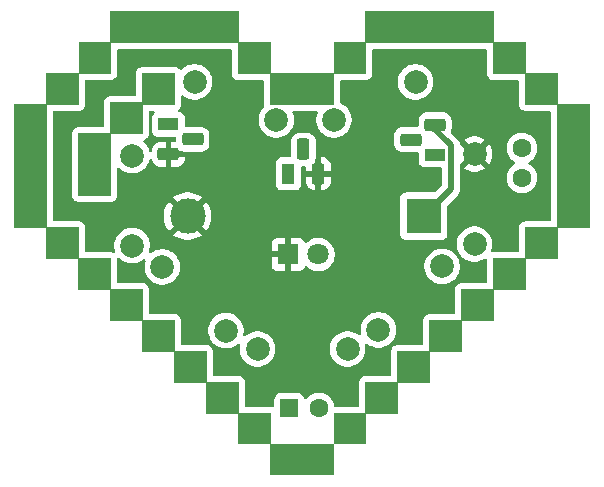
<source format=gbr>
%TF.GenerationSoftware,KiCad,Pcbnew,9.0.7*%
%TF.CreationDate,2026-01-11T09:41:46+01:00*%
%TF.ProjectId,heartbeatTHT,68656172-7462-4656-9174-5448542e6b69,rev?*%
%TF.SameCoordinates,Original*%
%TF.FileFunction,Copper,L1,Top*%
%TF.FilePolarity,Positive*%
%FSLAX46Y46*%
G04 Gerber Fmt 4.6, Leading zero omitted, Abs format (unit mm)*
G04 Created by KiCad (PCBNEW 9.0.7) date 2026-01-11 09:41:46*
%MOMM*%
%LPD*%
G01*
G04 APERTURE LIST*
G04 Aperture macros list*
%AMRoundRect*
0 Rectangle with rounded corners*
0 $1 Rounding radius*
0 $2 $3 $4 $5 $6 $7 $8 $9 X,Y pos of 4 corners*
0 Add a 4 corners polygon primitive as box body*
4,1,4,$2,$3,$4,$5,$6,$7,$8,$9,$2,$3,0*
0 Add four circle primitives for the rounded corners*
1,1,$1+$1,$2,$3*
1,1,$1+$1,$4,$5*
1,1,$1+$1,$6,$7*
1,1,$1+$1,$8,$9*
0 Add four rect primitives between the rounded corners*
20,1,$1+$1,$2,$3,$4,$5,0*
20,1,$1+$1,$4,$5,$6,$7,0*
20,1,$1+$1,$6,$7,$8,$9,0*
20,1,$1+$1,$8,$9,$2,$3,0*%
G04 Aperture macros list end*
%TA.AperFunction,EtchedComponent*%
%ADD10C,0.000000*%
%TD*%
%TA.AperFunction,ComponentPad*%
%ADD11C,2.000000*%
%TD*%
%TA.AperFunction,ComponentPad*%
%ADD12R,1.800000X1.100000*%
%TD*%
%TA.AperFunction,ComponentPad*%
%ADD13RoundRect,0.275000X0.625000X-0.275000X0.625000X0.275000X-0.625000X0.275000X-0.625000X-0.275000X0*%
%TD*%
%TA.AperFunction,ComponentPad*%
%ADD14RoundRect,0.275000X-0.625000X0.275000X-0.625000X-0.275000X0.625000X-0.275000X0.625000X0.275000X0*%
%TD*%
%TA.AperFunction,ComponentPad*%
%ADD15R,1.100000X1.800000*%
%TD*%
%TA.AperFunction,ComponentPad*%
%ADD16RoundRect,0.275000X-0.275000X-0.625000X0.275000X-0.625000X0.275000X0.625000X-0.275000X0.625000X0*%
%TD*%
%TA.AperFunction,ComponentPad*%
%ADD17RoundRect,0.250000X-0.550000X-0.550000X0.550000X-0.550000X0.550000X0.550000X-0.550000X0.550000X0*%
%TD*%
%TA.AperFunction,ComponentPad*%
%ADD18C,1.600000*%
%TD*%
%TA.AperFunction,ComponentPad*%
%ADD19R,1.800000X1.800000*%
%TD*%
%TA.AperFunction,ComponentPad*%
%ADD20C,1.800000*%
%TD*%
%TA.AperFunction,ComponentPad*%
%ADD21R,3.000000X3.000000*%
%TD*%
%TA.AperFunction,ComponentPad*%
%ADD22C,3.000000*%
%TD*%
%TA.AperFunction,Conductor*%
%ADD23C,0.500000*%
%TD*%
G04 APERTURE END LIST*
D10*
%TA.AperFunction,EtchedComponent*%
%TO.C,heart*%
G36*
X147521705Y-71022809D02*
G01*
X150223846Y-71022809D01*
X150223846Y-73638067D01*
X155553204Y-73638067D01*
X155553204Y-71022809D01*
X158255345Y-71022809D01*
X158255345Y-68407550D01*
X169136600Y-68407550D01*
X169136600Y-71022809D01*
X171838676Y-71022809D01*
X171838676Y-73638067D01*
X174540820Y-73638067D01*
X174543140Y-73638067D01*
X174543140Y-76253328D01*
X177245281Y-76253328D01*
X177245281Y-86784436D01*
X174543140Y-86784436D01*
X174543140Y-89399694D01*
X171840996Y-89399694D01*
X171840996Y-92014952D01*
X169138855Y-92014952D01*
X169138855Y-94630209D01*
X166436709Y-94630209D01*
X166436709Y-97245470D01*
X163734566Y-97245470D01*
X163734566Y-99860728D01*
X161032423Y-99860728D01*
X161032423Y-102475986D01*
X158330274Y-102475986D01*
X158330274Y-105091246D01*
X155628133Y-105091246D01*
X155628133Y-107706506D01*
X155553204Y-107706506D01*
X150151255Y-107706506D01*
X150151255Y-105091246D01*
X147449114Y-105091246D01*
X147449114Y-102475986D01*
X144746970Y-102475986D01*
X144746970Y-99860728D01*
X142044830Y-99860728D01*
X142044830Y-97245470D01*
X139342681Y-97245470D01*
X139342681Y-94630209D01*
X136640539Y-94630209D01*
X136640539Y-92014952D01*
X133938396Y-92014952D01*
X133938396Y-89399694D01*
X131236253Y-89399694D01*
X131236253Y-86784436D01*
X128534105Y-86784436D01*
X128534105Y-76323400D01*
X131308839Y-76323400D01*
X131308839Y-86714363D01*
X134010981Y-86714363D01*
X134010981Y-89329621D01*
X136713124Y-89329621D01*
X136713124Y-91944879D01*
X139415272Y-91944879D01*
X139415272Y-94560139D01*
X142117413Y-94560139D01*
X142117413Y-97175397D01*
X144819557Y-97175397D01*
X144819557Y-99790655D01*
X147521705Y-99790655D01*
X147521705Y-102405913D01*
X150223846Y-102405913D01*
X150223846Y-105021176D01*
X155553204Y-105021176D01*
X155553204Y-102405913D01*
X158255345Y-102405913D01*
X158255345Y-99790655D01*
X160957493Y-99790655D01*
X160957493Y-97175397D01*
X163659637Y-97175397D01*
X163659637Y-94560139D01*
X166361778Y-94560139D01*
X166361778Y-91944879D01*
X169063926Y-91944879D01*
X169063926Y-89329621D01*
X171762554Y-89329621D01*
X171762554Y-86714363D01*
X174464697Y-86714363D01*
X174464697Y-76323400D01*
X171762554Y-76323400D01*
X171762554Y-73708143D01*
X169060413Y-73708143D01*
X169060413Y-71092884D01*
X158327936Y-71092884D01*
X158327936Y-73708143D01*
X155625795Y-73708143D01*
X155625795Y-76323400D01*
X150148917Y-76323400D01*
X150148917Y-73708143D01*
X147446773Y-73708143D01*
X147446773Y-71092884D01*
X136713124Y-71092884D01*
X136713124Y-73708143D01*
X134010981Y-73708143D01*
X134010981Y-76323400D01*
X131308839Y-76323400D01*
X128534105Y-76323400D01*
X128534105Y-76253328D01*
X131236253Y-76253328D01*
X131236253Y-73638067D01*
X134010981Y-73638067D01*
X134010981Y-71022809D01*
X136640538Y-71022809D01*
X136640538Y-68407550D01*
X147521705Y-68407550D01*
X147521705Y-71022809D01*
G37*
%TD.AperFunction*%
%TA.AperFunction,EtchedComponent*%
G36*
X142119759Y-76323400D02*
G01*
X139417609Y-76323400D01*
X139417609Y-78796255D01*
X136717811Y-78796255D01*
X136717811Y-84024512D01*
X133943077Y-84024512D01*
X133943077Y-78723923D01*
X136642882Y-78723923D01*
X136642882Y-76108664D01*
X139345024Y-76108664D01*
X139345024Y-73638067D01*
X142119759Y-73638067D01*
X142119759Y-76323400D01*
G37*
%TD.AperFunction*%
%TD*%
D11*
%TO.P,R2,1*%
%TO.N,Net-(Q1-C)*%
X143796967Y-74389825D03*
%TO.P,R2,2*%
%TO.N,Net-(Q2-B)*%
X150703033Y-77610177D03*
%TD*%
D12*
%TO.P,Q3,1,C*%
%TO.N,Net-(Q3-C)*%
X164150000Y-80540000D03*
D13*
%TO.P,Q3,2,B*%
%TO.N,Net-(Q3-B)*%
X162080000Y-79270000D03*
%TO.P,Q3,3,E*%
%TO.N,Net-(BT1-+)*%
X164150000Y-78000000D03*
%TD*%
D11*
%TO.P,R4,1*%
%TO.N,Net-(Q3-C)*%
X167500000Y-88120000D03*
%TO.P,R4,2*%
%TO.N,GND*%
X167500000Y-80500000D03*
%TD*%
D12*
%TO.P,Q1,1,C*%
%TO.N,Net-(Q1-C)*%
X141580000Y-77980000D03*
D14*
%TO.P,Q1,2,B*%
%TO.N,Net-(Q1-B)*%
X143650000Y-79250000D03*
%TO.P,Q1,3,E*%
%TO.N,GND*%
X141580000Y-80520000D03*
%TD*%
D11*
%TO.P,R5,1*%
%TO.N,Net-(BT1-+)*%
X164750000Y-90000000D03*
%TO.P,R5,2*%
%TO.N,Net-(D1-A)*%
X159361846Y-95388154D03*
%TD*%
%TO.P,R1,1*%
%TO.N,Net-(BT1-+)*%
X162500000Y-74389826D03*
%TO.P,R1,2*%
%TO.N,Net-(Q1-C)*%
X155593934Y-77610178D03*
%TD*%
D15*
%TO.P,Q2,1,C*%
%TO.N,Net-(Q2-C)*%
X151730000Y-82170000D03*
D16*
%TO.P,Q2,2,B*%
%TO.N,Net-(Q2-B)*%
X153000000Y-80100000D03*
%TO.P,Q2,3,E*%
%TO.N,GND*%
X154270000Y-82170000D03*
%TD*%
D17*
%TO.P,C1,1*%
%TO.N,Net-(D1-A)*%
X151817621Y-102000000D03*
D18*
%TO.P,C1,2*%
%TO.N,Net-(Q3-C)*%
X154317621Y-102000000D03*
%TD*%
D11*
%TO.P,R3,1*%
%TO.N,Net-(Q2-C)*%
X138500000Y-88250000D03*
%TO.P,R3,2*%
%TO.N,Net-(Q3-B)*%
X138500000Y-80630000D03*
%TD*%
D18*
%TO.P,C2,1*%
%TO.N,Net-(C2-Pad1)*%
X171500000Y-82500000D03*
%TO.P,C2,2*%
%TO.N,Net-(Q3-C)*%
X171500000Y-80000000D03*
%TD*%
D11*
%TO.P,R7,1*%
%TO.N,Net-(Q2-B)*%
X149130000Y-97000000D03*
%TO.P,R7,2*%
%TO.N,Net-(C2-Pad1)*%
X156750000Y-97000000D03*
%TD*%
D19*
%TO.P,D1,1,K*%
%TO.N,GND*%
X151725000Y-89000000D03*
D20*
%TO.P,D1,2,A*%
%TO.N,Net-(D1-A)*%
X154265000Y-89000000D03*
%TD*%
D11*
%TO.P,R6,1*%
%TO.N,Net-(Q1-B)*%
X141055923Y-90055923D03*
%TO.P,R6,2*%
%TO.N,Net-(Q3-C)*%
X146444077Y-95444077D03*
%TD*%
D21*
%TO.P,BT1,1,+*%
%TO.N,Net-(BT1-+)*%
X163200481Y-85749998D03*
D22*
%TO.P,BT1,2,-*%
%TO.N,GND*%
X143200481Y-85749998D03*
%TD*%
D23*
%TO.N,Net-(BT1-+)*%
X165501000Y-79751000D02*
X163750000Y-78000000D01*
X163200481Y-85749998D02*
X165501000Y-83449479D01*
X165501000Y-83449479D02*
X165501000Y-79751000D01*
%TD*%
%TA.AperFunction,Conductor*%
%TO.N,GND*%
G36*
X146884312Y-71618069D02*
G01*
X146930067Y-71670873D01*
X146941273Y-71722384D01*
X146941273Y-73708145D01*
X146946417Y-73780083D01*
X146986955Y-73918137D01*
X147064740Y-74039173D01*
X147064744Y-74039177D01*
X147173473Y-74133392D01*
X147173479Y-74133397D01*
X147213947Y-74151878D01*
X147304353Y-74193166D01*
X147304356Y-74193166D01*
X147304357Y-74193167D01*
X147446773Y-74213643D01*
X149519417Y-74213643D01*
X149586456Y-74233328D01*
X149632211Y-74286132D01*
X149643417Y-74337643D01*
X149643417Y-76323402D01*
X149648562Y-76395342D01*
X149661263Y-76438599D01*
X149661263Y-76508469D01*
X149629968Y-76561213D01*
X149558519Y-76632663D01*
X149558518Y-76632664D01*
X149558516Y-76632667D01*
X149505652Y-76705428D01*
X149419690Y-76823743D01*
X149312466Y-77034180D01*
X149239479Y-77258808D01*
X149202533Y-77492079D01*
X149202533Y-77728274D01*
X149239479Y-77961545D01*
X149312466Y-78186173D01*
X149419690Y-78396610D01*
X149558516Y-78587687D01*
X149725523Y-78754694D01*
X149916600Y-78893520D01*
X149991024Y-78931441D01*
X150127036Y-79000743D01*
X150127038Y-79000743D01*
X150127041Y-79000745D01*
X150218611Y-79030498D01*
X150351664Y-79073730D01*
X150584936Y-79110677D01*
X150584941Y-79110677D01*
X150821130Y-79110677D01*
X151054401Y-79073730D01*
X151094238Y-79060786D01*
X151279025Y-79000745D01*
X151489466Y-78893520D01*
X151680543Y-78754694D01*
X151847550Y-78587687D01*
X151986376Y-78396610D01*
X152093601Y-78186169D01*
X152166586Y-77961545D01*
X152203533Y-77728274D01*
X152203533Y-77492079D01*
X152166586Y-77258808D01*
X152106036Y-77072456D01*
X152093601Y-77034185D01*
X152093599Y-77034181D01*
X152093599Y-77034180D01*
X152080868Y-77009195D01*
X152067972Y-76940526D01*
X152094248Y-76875785D01*
X152151354Y-76835528D01*
X152191353Y-76828900D01*
X154105614Y-76828900D01*
X154172653Y-76848585D01*
X154218408Y-76901389D01*
X154228352Y-76970547D01*
X154216099Y-77009194D01*
X154203368Y-77034178D01*
X154130380Y-77258809D01*
X154093434Y-77492080D01*
X154093434Y-77728275D01*
X154130380Y-77961546D01*
X154203367Y-78186174D01*
X154270818Y-78318552D01*
X154310591Y-78396611D01*
X154449417Y-78587688D01*
X154616424Y-78754695D01*
X154807501Y-78893521D01*
X154881923Y-78931441D01*
X155017937Y-79000744D01*
X155017939Y-79000744D01*
X155017942Y-79000746D01*
X155109509Y-79030498D01*
X155242565Y-79073731D01*
X155475837Y-79110678D01*
X155475842Y-79110678D01*
X155712031Y-79110678D01*
X155945302Y-79073731D01*
X155985142Y-79060786D01*
X156169926Y-79000746D01*
X156266693Y-78951441D01*
X160679500Y-78951441D01*
X160679500Y-79588558D01*
X160694157Y-79718648D01*
X160694159Y-79718658D01*
X160751877Y-79883604D01*
X160751878Y-79883606D01*
X160844853Y-80031576D01*
X160968424Y-80155147D01*
X161116394Y-80248122D01*
X161281343Y-80305841D01*
X161281349Y-80305841D01*
X161281351Y-80305842D01*
X161322750Y-80310506D01*
X161411442Y-80320499D01*
X161411445Y-80320500D01*
X162625500Y-80320500D01*
X162692539Y-80340185D01*
X162738294Y-80392989D01*
X162749500Y-80444500D01*
X162749500Y-81137870D01*
X162749501Y-81137876D01*
X162755908Y-81197483D01*
X162806202Y-81332328D01*
X162806206Y-81332335D01*
X162892452Y-81447544D01*
X162892455Y-81447547D01*
X163007664Y-81533793D01*
X163007671Y-81533797D01*
X163142517Y-81584091D01*
X163142516Y-81584091D01*
X163149444Y-81584835D01*
X163202127Y-81590500D01*
X164626500Y-81590499D01*
X164693539Y-81610184D01*
X164739294Y-81662987D01*
X164750500Y-81714499D01*
X164750500Y-83087249D01*
X164730815Y-83154288D01*
X164714181Y-83174930D01*
X164175931Y-83713179D01*
X164114608Y-83746664D01*
X164088250Y-83749498D01*
X161652610Y-83749498D01*
X161652604Y-83749499D01*
X161592997Y-83755906D01*
X161458152Y-83806200D01*
X161458145Y-83806204D01*
X161342936Y-83892450D01*
X161342933Y-83892453D01*
X161256687Y-84007662D01*
X161256683Y-84007669D01*
X161206389Y-84142515D01*
X161199982Y-84202114D01*
X161199981Y-84202133D01*
X161199981Y-87297868D01*
X161199982Y-87297874D01*
X161206389Y-87357481D01*
X161256683Y-87492326D01*
X161256687Y-87492333D01*
X161342933Y-87607542D01*
X161342936Y-87607545D01*
X161458145Y-87693791D01*
X161458152Y-87693795D01*
X161592998Y-87744089D01*
X161592997Y-87744089D01*
X161599925Y-87744833D01*
X161652608Y-87750498D01*
X164748353Y-87750497D01*
X164807964Y-87744089D01*
X164942812Y-87693794D01*
X165058027Y-87607544D01*
X165144277Y-87492329D01*
X165194572Y-87357481D01*
X165200981Y-87297871D01*
X165200980Y-84862227D01*
X165220665Y-84795189D01*
X165237299Y-84774547D01*
X166083948Y-83927898D01*
X166083951Y-83927895D01*
X166166084Y-83804974D01*
X166222658Y-83668392D01*
X166233819Y-83612284D01*
X166251500Y-83523399D01*
X166251500Y-81446307D01*
X166271185Y-81379268D01*
X166287819Y-81358626D01*
X167100000Y-80546445D01*
X167100000Y-80552661D01*
X167127259Y-80654394D01*
X167179920Y-80745606D01*
X167254394Y-80820080D01*
X167345606Y-80872741D01*
X167447339Y-80900000D01*
X167453554Y-80900000D01*
X166630893Y-81722658D01*
X166713828Y-81782914D01*
X166924197Y-81890102D01*
X167148752Y-81963065D01*
X167148751Y-81963065D01*
X167381948Y-82000000D01*
X167618052Y-82000000D01*
X167851247Y-81963065D01*
X168075802Y-81890102D01*
X168286163Y-81782918D01*
X168286169Y-81782914D01*
X168369104Y-81722658D01*
X168369105Y-81722658D01*
X167546446Y-80900000D01*
X167552661Y-80900000D01*
X167654394Y-80872741D01*
X167745606Y-80820080D01*
X167820080Y-80745606D01*
X167872741Y-80654394D01*
X167900000Y-80552661D01*
X167900000Y-80546447D01*
X168722658Y-81369105D01*
X168722658Y-81369104D01*
X168782914Y-81286169D01*
X168782918Y-81286163D01*
X168890102Y-81075802D01*
X168963065Y-80851247D01*
X169000000Y-80618052D01*
X169000000Y-80381947D01*
X168963065Y-80148751D01*
X168892344Y-79931094D01*
X168892343Y-79931093D01*
X168890103Y-79924198D01*
X168876575Y-79897648D01*
X170199500Y-79897648D01*
X170199500Y-80102351D01*
X170231522Y-80304534D01*
X170294781Y-80499223D01*
X170387715Y-80681613D01*
X170508028Y-80847213D01*
X170652786Y-80991971D01*
X170818388Y-81112286D01*
X170871828Y-81139516D01*
X170922623Y-81187490D01*
X170939418Y-81255312D01*
X170916880Y-81321446D01*
X170871828Y-81360484D01*
X170818388Y-81387713D01*
X170652786Y-81508028D01*
X170508028Y-81652786D01*
X170387715Y-81818386D01*
X170294781Y-82000776D01*
X170231522Y-82195465D01*
X170199500Y-82397648D01*
X170199500Y-82602351D01*
X170231522Y-82804534D01*
X170294781Y-82999223D01*
X170355233Y-83117864D01*
X170385610Y-83177483D01*
X170387715Y-83181613D01*
X170508028Y-83347213D01*
X170652786Y-83491971D01*
X170807749Y-83604556D01*
X170818390Y-83612287D01*
X170928490Y-83668386D01*
X171000776Y-83705218D01*
X171000778Y-83705218D01*
X171000781Y-83705220D01*
X171105137Y-83739127D01*
X171195465Y-83768477D01*
X171294849Y-83784218D01*
X171397648Y-83800500D01*
X171397649Y-83800500D01*
X171602351Y-83800500D01*
X171602352Y-83800500D01*
X171804534Y-83768477D01*
X171999219Y-83705220D01*
X172181610Y-83612287D01*
X172317171Y-83513797D01*
X172347213Y-83491971D01*
X172347215Y-83491968D01*
X172347219Y-83491966D01*
X172491966Y-83347219D01*
X172491968Y-83347215D01*
X172491971Y-83347213D01*
X172544732Y-83274590D01*
X172612287Y-83181610D01*
X172705220Y-82999219D01*
X172768477Y-82804534D01*
X172800500Y-82602352D01*
X172800500Y-82397648D01*
X172768477Y-82195466D01*
X172705220Y-82000781D01*
X172705218Y-82000778D01*
X172705218Y-82000776D01*
X172660668Y-81913343D01*
X172612287Y-81818390D01*
X172604556Y-81807749D01*
X172491971Y-81652786D01*
X172347213Y-81508028D01*
X172181613Y-81387715D01*
X172181612Y-81387714D01*
X172181610Y-81387713D01*
X172128171Y-81360484D01*
X172077376Y-81312510D01*
X172060581Y-81244689D01*
X172083118Y-81178554D01*
X172128172Y-81139515D01*
X172131389Y-81137876D01*
X172181610Y-81112287D01*
X172298085Y-81027664D01*
X172347213Y-80991971D01*
X172347215Y-80991968D01*
X172347219Y-80991966D01*
X172491966Y-80847219D01*
X172491968Y-80847215D01*
X172491971Y-80847213D01*
X172563985Y-80748092D01*
X172612287Y-80681610D01*
X172705220Y-80499219D01*
X172768477Y-80304534D01*
X172800500Y-80102352D01*
X172800500Y-79897648D01*
X172768983Y-79698658D01*
X172768477Y-79695465D01*
X172733740Y-79588558D01*
X172705220Y-79500781D01*
X172705218Y-79500778D01*
X172705218Y-79500776D01*
X172669889Y-79431441D01*
X172612287Y-79318390D01*
X172582461Y-79277338D01*
X172491971Y-79152786D01*
X172347213Y-79008028D01*
X172181613Y-78887715D01*
X172181612Y-78887714D01*
X172181610Y-78887713D01*
X172102984Y-78847651D01*
X171999223Y-78794781D01*
X171804534Y-78731522D01*
X171629995Y-78703878D01*
X171602352Y-78699500D01*
X171397648Y-78699500D01*
X171373329Y-78703351D01*
X171195465Y-78731522D01*
X171000776Y-78794781D01*
X170818386Y-78887715D01*
X170652786Y-79008028D01*
X170508028Y-79152786D01*
X170387715Y-79318386D01*
X170294781Y-79500776D01*
X170231522Y-79695465D01*
X170199500Y-79897648D01*
X168876575Y-79897648D01*
X168782914Y-79713828D01*
X168722658Y-79630894D01*
X168722658Y-79630893D01*
X167900000Y-80453552D01*
X167900000Y-80447339D01*
X167872741Y-80345606D01*
X167820080Y-80254394D01*
X167745606Y-80179920D01*
X167654394Y-80127259D01*
X167552661Y-80100000D01*
X167546447Y-80100000D01*
X168369105Y-79277340D01*
X168369104Y-79277338D01*
X168286174Y-79217087D01*
X168075802Y-79109897D01*
X167851247Y-79036934D01*
X167851248Y-79036934D01*
X167618052Y-79000000D01*
X167381948Y-79000000D01*
X167148752Y-79036934D01*
X166924197Y-79109897D01*
X166713830Y-79217084D01*
X166630894Y-79277340D01*
X167453554Y-80100000D01*
X167447339Y-80100000D01*
X167345606Y-80127259D01*
X167254394Y-80179920D01*
X167179920Y-80254394D01*
X167127259Y-80345606D01*
X167100000Y-80447339D01*
X167100000Y-80453553D01*
X166260212Y-79613765D01*
X166232656Y-79571870D01*
X166228481Y-79561363D01*
X166222658Y-79532087D01*
X166166084Y-79395505D01*
X166114558Y-79318390D01*
X166114558Y-79318389D01*
X166083950Y-79272581D01*
X166083947Y-79272578D01*
X165519439Y-78708071D01*
X165485954Y-78646748D01*
X165490079Y-78579435D01*
X165514927Y-78508424D01*
X165535841Y-78448657D01*
X165550500Y-78318552D01*
X165550500Y-77681448D01*
X165535841Y-77551343D01*
X165478122Y-77386394D01*
X165385147Y-77238424D01*
X165261576Y-77114853D01*
X165113606Y-77021878D01*
X165113605Y-77021877D01*
X165113604Y-77021877D01*
X164948658Y-76964159D01*
X164948648Y-76964157D01*
X164818558Y-76949500D01*
X164818552Y-76949500D01*
X163481448Y-76949500D01*
X163481441Y-76949500D01*
X163351351Y-76964157D01*
X163351341Y-76964159D01*
X163186395Y-77021877D01*
X163038423Y-77114853D01*
X162914853Y-77238423D01*
X162821877Y-77386395D01*
X162764159Y-77551341D01*
X162764157Y-77551351D01*
X162749500Y-77681441D01*
X162749500Y-78095500D01*
X162729815Y-78162539D01*
X162677011Y-78208294D01*
X162625500Y-78219500D01*
X161411441Y-78219500D01*
X161281351Y-78234157D01*
X161281341Y-78234159D01*
X161116395Y-78291877D01*
X160968423Y-78384853D01*
X160844853Y-78508423D01*
X160751877Y-78656395D01*
X160694159Y-78821341D01*
X160694157Y-78821351D01*
X160679500Y-78951441D01*
X156266693Y-78951441D01*
X156380367Y-78893521D01*
X156571444Y-78754695D01*
X156738451Y-78587688D01*
X156877277Y-78396611D01*
X156984502Y-78186170D01*
X157057487Y-77961546D01*
X157057487Y-77961545D01*
X157094434Y-77728275D01*
X157094434Y-77492080D01*
X157057487Y-77258809D01*
X157010712Y-77114853D01*
X156984502Y-77034186D01*
X156984500Y-77034183D01*
X156984500Y-77034181D01*
X156921132Y-76909815D01*
X156877277Y-76823745D01*
X156738451Y-76632668D01*
X156571444Y-76465661D01*
X156380367Y-76326835D01*
X156198999Y-76234423D01*
X156148204Y-76186449D01*
X156131295Y-76123939D01*
X156131295Y-74337643D01*
X156150650Y-74271728D01*
X160999500Y-74271728D01*
X160999500Y-74507923D01*
X161036446Y-74741194D01*
X161109433Y-74965822D01*
X161216656Y-75176258D01*
X161216657Y-75176259D01*
X161355483Y-75367336D01*
X161522490Y-75534343D01*
X161713567Y-75673169D01*
X161812991Y-75723828D01*
X161924003Y-75780392D01*
X161924005Y-75780392D01*
X161924008Y-75780394D01*
X162044412Y-75819515D01*
X162148631Y-75853379D01*
X162381903Y-75890326D01*
X162381908Y-75890326D01*
X162618097Y-75890326D01*
X162851368Y-75853379D01*
X162882095Y-75843395D01*
X163075992Y-75780394D01*
X163286433Y-75673169D01*
X163477510Y-75534343D01*
X163644517Y-75367336D01*
X163783343Y-75176259D01*
X163890568Y-74965818D01*
X163963553Y-74741194D01*
X163963553Y-74741193D01*
X164000500Y-74507923D01*
X164000500Y-74271728D01*
X163963553Y-74038457D01*
X163924458Y-73918135D01*
X163890568Y-73813834D01*
X163890566Y-73813831D01*
X163890566Y-73813829D01*
X163801010Y-73638067D01*
X163783343Y-73603393D01*
X163644517Y-73412316D01*
X163477510Y-73245309D01*
X163286433Y-73106483D01*
X163286431Y-73106482D01*
X163075996Y-72999259D01*
X162851368Y-72926272D01*
X162618097Y-72889326D01*
X162618092Y-72889326D01*
X162381908Y-72889326D01*
X162381903Y-72889326D01*
X162148631Y-72926272D01*
X161924003Y-72999259D01*
X161713566Y-73106483D01*
X161614791Y-73178248D01*
X161522490Y-73245309D01*
X161522488Y-73245311D01*
X161522487Y-73245311D01*
X161355485Y-73412313D01*
X161355485Y-73412314D01*
X161355483Y-73412316D01*
X161335999Y-73439134D01*
X161216657Y-73603392D01*
X161109433Y-73813829D01*
X161036446Y-74038457D01*
X160999500Y-74271728D01*
X156150650Y-74271728D01*
X156150980Y-74270604D01*
X156203784Y-74224849D01*
X156255295Y-74213643D01*
X158327936Y-74213643D01*
X158399876Y-74208498D01*
X158537928Y-74167962D01*
X158658968Y-74090174D01*
X158753190Y-73981437D01*
X158812960Y-73850559D01*
X158833436Y-73708143D01*
X158833436Y-71722384D01*
X158853121Y-71655345D01*
X158905925Y-71609590D01*
X158957436Y-71598384D01*
X168430913Y-71598384D01*
X168497952Y-71618069D01*
X168543707Y-71670873D01*
X168554913Y-71722384D01*
X168554913Y-73708145D01*
X168560057Y-73780083D01*
X168600595Y-73918137D01*
X168678380Y-74039173D01*
X168678384Y-74039177D01*
X168787113Y-74133392D01*
X168787119Y-74133397D01*
X168827587Y-74151878D01*
X168917993Y-74193166D01*
X168917996Y-74193166D01*
X168917997Y-74193167D01*
X169060413Y-74213643D01*
X171133054Y-74213643D01*
X171200093Y-74233328D01*
X171245848Y-74286132D01*
X171257054Y-74337643D01*
X171257054Y-76323402D01*
X171262198Y-76395340D01*
X171302736Y-76533394D01*
X171380521Y-76654430D01*
X171380525Y-76654434D01*
X171461151Y-76724297D01*
X171489260Y-76748654D01*
X171529728Y-76767135D01*
X171620134Y-76808423D01*
X171620137Y-76808423D01*
X171620138Y-76808424D01*
X171762554Y-76828900D01*
X173835197Y-76828900D01*
X173902236Y-76848585D01*
X173947991Y-76901389D01*
X173959197Y-76952900D01*
X173959197Y-86084863D01*
X173939512Y-86151902D01*
X173886708Y-86197657D01*
X173835197Y-86208863D01*
X171762551Y-86208863D01*
X171690613Y-86214007D01*
X171552559Y-86254545D01*
X171431523Y-86332330D01*
X171431519Y-86332334D01*
X171337304Y-86441063D01*
X171337298Y-86441072D01*
X171277530Y-86571943D01*
X171277529Y-86571948D01*
X171257054Y-86714362D01*
X171257054Y-88700121D01*
X171237369Y-88767160D01*
X171184565Y-88812915D01*
X171133054Y-88824121D01*
X169063916Y-88824121D01*
X169027501Y-88826725D01*
X168959229Y-88811872D01*
X168909824Y-88762465D01*
X168894974Y-88694192D01*
X168900725Y-88664731D01*
X168963553Y-88471368D01*
X168964974Y-88462394D01*
X169000500Y-88238097D01*
X169000500Y-88001902D01*
X168963553Y-87768631D01*
X168911212Y-87607544D01*
X168890568Y-87544008D01*
X168890566Y-87544005D01*
X168890566Y-87544003D01*
X168825598Y-87416497D01*
X168783343Y-87333567D01*
X168644517Y-87142490D01*
X168477510Y-86975483D01*
X168286433Y-86836657D01*
X168252278Y-86819254D01*
X168075996Y-86729433D01*
X167851368Y-86656446D01*
X167618097Y-86619500D01*
X167618092Y-86619500D01*
X167381908Y-86619500D01*
X167381903Y-86619500D01*
X167148631Y-86656446D01*
X166924003Y-86729433D01*
X166713566Y-86836657D01*
X166607183Y-86913950D01*
X166522490Y-86975483D01*
X166522488Y-86975485D01*
X166522487Y-86975485D01*
X166355485Y-87142487D01*
X166355485Y-87142488D01*
X166355483Y-87142490D01*
X166306659Y-87209690D01*
X166216657Y-87333566D01*
X166109433Y-87544003D01*
X166036446Y-87768631D01*
X165999500Y-88001902D01*
X165999500Y-88238097D01*
X166036446Y-88471368D01*
X166109433Y-88695996D01*
X166201244Y-88876184D01*
X166216657Y-88906433D01*
X166355483Y-89097510D01*
X166522490Y-89264517D01*
X166713567Y-89403343D01*
X166803355Y-89449092D01*
X166924003Y-89510566D01*
X166924005Y-89510566D01*
X166924008Y-89510568D01*
X166980536Y-89528935D01*
X167148631Y-89583553D01*
X167381903Y-89620500D01*
X167381908Y-89620500D01*
X167618097Y-89620500D01*
X167851368Y-89583553D01*
X167896776Y-89568799D01*
X168075992Y-89510568D01*
X168286433Y-89403343D01*
X168361541Y-89348773D01*
X168427346Y-89325294D01*
X168495400Y-89341119D01*
X168544095Y-89391225D01*
X168558426Y-89449092D01*
X168558426Y-91315379D01*
X168538741Y-91382418D01*
X168485937Y-91428173D01*
X168434426Y-91439379D01*
X166361775Y-91439379D01*
X166289837Y-91444523D01*
X166151783Y-91485061D01*
X166030747Y-91562846D01*
X166030743Y-91562850D01*
X165936528Y-91671579D01*
X165936522Y-91671588D01*
X165876754Y-91802459D01*
X165876753Y-91802464D01*
X165856278Y-91944878D01*
X165856278Y-93930639D01*
X165836593Y-93997678D01*
X165783789Y-94043433D01*
X165732278Y-94054639D01*
X163659634Y-94054639D01*
X163587696Y-94059783D01*
X163449642Y-94100321D01*
X163328606Y-94178106D01*
X163328602Y-94178110D01*
X163234387Y-94286839D01*
X163234381Y-94286848D01*
X163174613Y-94417719D01*
X163174612Y-94417724D01*
X163154137Y-94560138D01*
X163154137Y-96545897D01*
X163134452Y-96612936D01*
X163081648Y-96658691D01*
X163030137Y-96669897D01*
X160957490Y-96669897D01*
X160885552Y-96675041D01*
X160747498Y-96715579D01*
X160626462Y-96793364D01*
X160626458Y-96793368D01*
X160532243Y-96902097D01*
X160532237Y-96902106D01*
X160472469Y-97032977D01*
X160472468Y-97032982D01*
X160451993Y-97175396D01*
X160451993Y-99161155D01*
X160432308Y-99228194D01*
X160379504Y-99273949D01*
X160327993Y-99285155D01*
X158255342Y-99285155D01*
X158183404Y-99290299D01*
X158045350Y-99330837D01*
X157924314Y-99408622D01*
X157924310Y-99408626D01*
X157830095Y-99517355D01*
X157830089Y-99517364D01*
X157770321Y-99648235D01*
X157770320Y-99648240D01*
X157749845Y-99790654D01*
X157749845Y-101776413D01*
X157730160Y-101843452D01*
X157677356Y-101889207D01*
X157625845Y-101900413D01*
X155724464Y-101900413D01*
X155657425Y-101880728D01*
X155611670Y-101827924D01*
X155601991Y-101795811D01*
X155598919Y-101776413D01*
X155586098Y-101695466D01*
X155522841Y-101500781D01*
X155522839Y-101500778D01*
X155522839Y-101500776D01*
X155471486Y-101399991D01*
X155429908Y-101318390D01*
X155381170Y-101251307D01*
X155309592Y-101152786D01*
X155164834Y-101008028D01*
X154999234Y-100887715D01*
X154999233Y-100887714D01*
X154999231Y-100887713D01*
X154939519Y-100857288D01*
X154816844Y-100794781D01*
X154622155Y-100731522D01*
X154447616Y-100703878D01*
X154419973Y-100699500D01*
X154215269Y-100699500D01*
X154190950Y-100703351D01*
X154013086Y-100731522D01*
X153818397Y-100794781D01*
X153636007Y-100887715D01*
X153470407Y-101008028D01*
X153325653Y-101152782D01*
X153325652Y-101152784D01*
X153285068Y-101208642D01*
X153229738Y-101251307D01*
X153160124Y-101257285D01*
X153098330Y-101224678D01*
X153067046Y-101174760D01*
X153052435Y-101130666D01*
X152960333Y-100981344D01*
X152836277Y-100857288D01*
X152686955Y-100765186D01*
X152520418Y-100710001D01*
X152520416Y-100710000D01*
X152417631Y-100699500D01*
X151217619Y-100699500D01*
X151217602Y-100699501D01*
X151114824Y-100710000D01*
X151114821Y-100710001D01*
X150948289Y-100765185D01*
X150948284Y-100765187D01*
X150798963Y-100857289D01*
X150674910Y-100981342D01*
X150582808Y-101130663D01*
X150582806Y-101130668D01*
X150575479Y-101152781D01*
X150527622Y-101297203D01*
X150527622Y-101297204D01*
X150527621Y-101297204D01*
X150517121Y-101399983D01*
X150517121Y-101799540D01*
X150497436Y-101866579D01*
X150444632Y-101912334D01*
X150375474Y-101922278D01*
X150374590Y-101922086D01*
X150223846Y-101900413D01*
X148151205Y-101900413D01*
X148084166Y-101880728D01*
X148038411Y-101827924D01*
X148027205Y-101776413D01*
X148027205Y-99790655D01*
X148027205Y-99790654D01*
X148022060Y-99718715D01*
X147981524Y-99580663D01*
X147903736Y-99459623D01*
X147844878Y-99408622D01*
X147795004Y-99365405D01*
X147795002Y-99365403D01*
X147794999Y-99365401D01*
X147794995Y-99365399D01*
X147664124Y-99305631D01*
X147664119Y-99305630D01*
X147521705Y-99285155D01*
X145449057Y-99285155D01*
X145382018Y-99265470D01*
X145336263Y-99212666D01*
X145325057Y-99161155D01*
X145325057Y-97175397D01*
X145325057Y-97175396D01*
X145319912Y-97103457D01*
X145279376Y-96965405D01*
X145225716Y-96881908D01*
X145201589Y-96844366D01*
X145201585Y-96844362D01*
X145092856Y-96750147D01*
X145092854Y-96750145D01*
X145092851Y-96750143D01*
X145092847Y-96750141D01*
X144961976Y-96690373D01*
X144961971Y-96690372D01*
X144819557Y-96669897D01*
X142746913Y-96669897D01*
X142679874Y-96650212D01*
X142634119Y-96597408D01*
X142622913Y-96545897D01*
X142622913Y-95325979D01*
X144943577Y-95325979D01*
X144943577Y-95562174D01*
X144980523Y-95795445D01*
X145053510Y-96020073D01*
X145132240Y-96174587D01*
X145160734Y-96230510D01*
X145299560Y-96421587D01*
X145466567Y-96588594D01*
X145657644Y-96727420D01*
X145757068Y-96778079D01*
X145868080Y-96834643D01*
X145868082Y-96834643D01*
X145868085Y-96834645D01*
X145988489Y-96873766D01*
X146092708Y-96907630D01*
X146325980Y-96944577D01*
X146325985Y-96944577D01*
X146562174Y-96944577D01*
X146795445Y-96907630D01*
X146812474Y-96902097D01*
X147020069Y-96834645D01*
X147230510Y-96727420D01*
X147421587Y-96588594D01*
X147453972Y-96556208D01*
X147515292Y-96522724D01*
X147584984Y-96527708D01*
X147640918Y-96569578D01*
X147665336Y-96635042D01*
X147664125Y-96663288D01*
X147629500Y-96881902D01*
X147629500Y-97118097D01*
X147666446Y-97351368D01*
X147739433Y-97575996D01*
X147828588Y-97750970D01*
X147846657Y-97786433D01*
X147985483Y-97977510D01*
X148152490Y-98144517D01*
X148343567Y-98283343D01*
X148442991Y-98334002D01*
X148554003Y-98390566D01*
X148554005Y-98390566D01*
X148554008Y-98390568D01*
X148674412Y-98429689D01*
X148778631Y-98463553D01*
X149011903Y-98500500D01*
X149011908Y-98500500D01*
X149248097Y-98500500D01*
X149481368Y-98463553D01*
X149705992Y-98390568D01*
X149916433Y-98283343D01*
X150107510Y-98144517D01*
X150274517Y-97977510D01*
X150413343Y-97786433D01*
X150520568Y-97575992D01*
X150593553Y-97351368D01*
X150604807Y-97280315D01*
X150630500Y-97118097D01*
X150630500Y-96881902D01*
X155249500Y-96881902D01*
X155249500Y-97118097D01*
X155286446Y-97351368D01*
X155359433Y-97575996D01*
X155448588Y-97750970D01*
X155466657Y-97786433D01*
X155605483Y-97977510D01*
X155772490Y-98144517D01*
X155963567Y-98283343D01*
X156062991Y-98334002D01*
X156174003Y-98390566D01*
X156174005Y-98390566D01*
X156174008Y-98390568D01*
X156294412Y-98429689D01*
X156398631Y-98463553D01*
X156631903Y-98500500D01*
X156631908Y-98500500D01*
X156868097Y-98500500D01*
X157101368Y-98463553D01*
X157325992Y-98390568D01*
X157536433Y-98283343D01*
X157727510Y-98144517D01*
X157894517Y-97977510D01*
X158033343Y-97786433D01*
X158140568Y-97575992D01*
X158213553Y-97351368D01*
X158224807Y-97280315D01*
X158250500Y-97118097D01*
X158250500Y-96881903D01*
X158229631Y-96750147D01*
X158217420Y-96673049D01*
X158226374Y-96603759D01*
X158271370Y-96550307D01*
X158338122Y-96529667D01*
X158405435Y-96548392D01*
X158412776Y-96553334D01*
X158575413Y-96671497D01*
X158661927Y-96715578D01*
X158785849Y-96778720D01*
X158785851Y-96778720D01*
X158785854Y-96778722D01*
X158830930Y-96793368D01*
X159010477Y-96851707D01*
X159243749Y-96888654D01*
X159243754Y-96888654D01*
X159479943Y-96888654D01*
X159713214Y-96851707D01*
X159735810Y-96844365D01*
X159937838Y-96778722D01*
X160148279Y-96671497D01*
X160339356Y-96532671D01*
X160506363Y-96365664D01*
X160645189Y-96174587D01*
X160752414Y-95964146D01*
X160825399Y-95739522D01*
X160829020Y-95716659D01*
X160862346Y-95506251D01*
X160862346Y-95270056D01*
X160825399Y-95036785D01*
X160787849Y-94921220D01*
X160752414Y-94812162D01*
X160752412Y-94812159D01*
X160752412Y-94812157D01*
X160673683Y-94657644D01*
X160645189Y-94601721D01*
X160506363Y-94410644D01*
X160339356Y-94243637D01*
X160148279Y-94104811D01*
X160139465Y-94100320D01*
X159937842Y-93997587D01*
X159713214Y-93924600D01*
X159479943Y-93887654D01*
X159479938Y-93887654D01*
X159243754Y-93887654D01*
X159243749Y-93887654D01*
X159010477Y-93924600D01*
X158785849Y-93997587D01*
X158575412Y-94104811D01*
X158534014Y-94134889D01*
X158384336Y-94243637D01*
X158384334Y-94243639D01*
X158384333Y-94243639D01*
X158217331Y-94410641D01*
X158217331Y-94410642D01*
X158217329Y-94410644D01*
X158160983Y-94488198D01*
X158078503Y-94601720D01*
X157971279Y-94812157D01*
X157898292Y-95036785D01*
X157861346Y-95270056D01*
X157861346Y-95506251D01*
X157894425Y-95715101D01*
X157885471Y-95784394D01*
X157840474Y-95837846D01*
X157773723Y-95858486D01*
X157706409Y-95839761D01*
X157699067Y-95834817D01*
X157536436Y-95716659D01*
X157536435Y-95716658D01*
X157536433Y-95716657D01*
X157470715Y-95683172D01*
X157325996Y-95609433D01*
X157101368Y-95536446D01*
X156868097Y-95499500D01*
X156868092Y-95499500D01*
X156631908Y-95499500D01*
X156631903Y-95499500D01*
X156398631Y-95536446D01*
X156174003Y-95609433D01*
X155963566Y-95716657D01*
X155870335Y-95784394D01*
X155772490Y-95855483D01*
X155772488Y-95855485D01*
X155772487Y-95855485D01*
X155605485Y-96022487D01*
X155605485Y-96022488D01*
X155605483Y-96022490D01*
X155545862Y-96104550D01*
X155466657Y-96213566D01*
X155359433Y-96424003D01*
X155286446Y-96648631D01*
X155249500Y-96881902D01*
X150630500Y-96881902D01*
X150593553Y-96648631D01*
X150520566Y-96424003D01*
X150464002Y-96312991D01*
X150413343Y-96213567D01*
X150274517Y-96022490D01*
X150107510Y-95855483D01*
X149916433Y-95716657D01*
X149913379Y-95715101D01*
X149705996Y-95609433D01*
X149481368Y-95536446D01*
X149248097Y-95499500D01*
X149248092Y-95499500D01*
X149011908Y-95499500D01*
X149011903Y-95499500D01*
X148778631Y-95536446D01*
X148554003Y-95609433D01*
X148343566Y-95716657D01*
X148250335Y-95784394D01*
X148152490Y-95855483D01*
X148152488Y-95855485D01*
X148152486Y-95855486D01*
X148120104Y-95887868D01*
X148058780Y-95921353D01*
X147989089Y-95916367D01*
X147933156Y-95874495D01*
X147908740Y-95809030D01*
X147909951Y-95780788D01*
X147944577Y-95562174D01*
X147944577Y-95325979D01*
X147907630Y-95092708D01*
X147860143Y-94946560D01*
X147834645Y-94868085D01*
X147834643Y-94868082D01*
X147834643Y-94868080D01*
X147747014Y-94696100D01*
X147727420Y-94657644D01*
X147588594Y-94466567D01*
X147421587Y-94299560D01*
X147230510Y-94160734D01*
X147020073Y-94053510D01*
X146795445Y-93980523D01*
X146562174Y-93943577D01*
X146562169Y-93943577D01*
X146325985Y-93943577D01*
X146325980Y-93943577D01*
X146092708Y-93980523D01*
X145868080Y-94053510D01*
X145657643Y-94160734D01*
X145548627Y-94239939D01*
X145466567Y-94299560D01*
X145466565Y-94299562D01*
X145466564Y-94299562D01*
X145299562Y-94466564D01*
X145299562Y-94466565D01*
X145299560Y-94466567D01*
X145239939Y-94548627D01*
X145160734Y-94657643D01*
X145053510Y-94868080D01*
X144980523Y-95092708D01*
X144943577Y-95325979D01*
X142622913Y-95325979D01*
X142622913Y-94560139D01*
X142622913Y-94560138D01*
X142617768Y-94488199D01*
X142577232Y-94350147D01*
X142499444Y-94229107D01*
X142440586Y-94178106D01*
X142390712Y-94134889D01*
X142390710Y-94134887D01*
X142390707Y-94134885D01*
X142390703Y-94134883D01*
X142259832Y-94075115D01*
X142259827Y-94075114D01*
X142117413Y-94054639D01*
X140044772Y-94054639D01*
X139977733Y-94034954D01*
X139931978Y-93982150D01*
X139920772Y-93930639D01*
X139920772Y-91944879D01*
X139920772Y-91944878D01*
X139915627Y-91872939D01*
X139875091Y-91734887D01*
X139797303Y-91613847D01*
X139738445Y-91562846D01*
X139688571Y-91519629D01*
X139688569Y-91519627D01*
X139688566Y-91519625D01*
X139688240Y-91519476D01*
X139557691Y-91459855D01*
X139557686Y-91459854D01*
X139415272Y-91439379D01*
X137342624Y-91439379D01*
X137275585Y-91419694D01*
X137229830Y-91366890D01*
X137218624Y-91315379D01*
X137218624Y-89390013D01*
X137238309Y-89322974D01*
X137291113Y-89277219D01*
X137360271Y-89267275D01*
X137423827Y-89296300D01*
X137430305Y-89302332D01*
X137522490Y-89394517D01*
X137713567Y-89533343D01*
X137812110Y-89583553D01*
X137924003Y-89640566D01*
X137924005Y-89640566D01*
X137924008Y-89640568D01*
X138023786Y-89672988D01*
X138148631Y-89713553D01*
X138381903Y-89750500D01*
X138381908Y-89750500D01*
X138618097Y-89750500D01*
X138851368Y-89713553D01*
X139075992Y-89640568D01*
X139286433Y-89533343D01*
X139450985Y-89413787D01*
X139516789Y-89390309D01*
X139584843Y-89406134D01*
X139633538Y-89456240D01*
X139647414Y-89524718D01*
X139641800Y-89552426D01*
X139592369Y-89704554D01*
X139555423Y-89937825D01*
X139555423Y-90174020D01*
X139592369Y-90407291D01*
X139665356Y-90631919D01*
X139744086Y-90786433D01*
X139772580Y-90842356D01*
X139911406Y-91033433D01*
X140078413Y-91200440D01*
X140269490Y-91339266D01*
X140354181Y-91382418D01*
X140479926Y-91446489D01*
X140479928Y-91446489D01*
X140479931Y-91446491D01*
X140598634Y-91485060D01*
X140704554Y-91519476D01*
X140937826Y-91556423D01*
X140937831Y-91556423D01*
X141174020Y-91556423D01*
X141407291Y-91519476D01*
X141631915Y-91446491D01*
X141842356Y-91339266D01*
X142033433Y-91200440D01*
X142200440Y-91033433D01*
X142339266Y-90842356D01*
X142446491Y-90631915D01*
X142519476Y-90407291D01*
X142521645Y-90393596D01*
X142556423Y-90174020D01*
X142556423Y-89937825D01*
X142519476Y-89704554D01*
X142465230Y-89537603D01*
X142446491Y-89479931D01*
X142446489Y-89479928D01*
X142446489Y-89479926D01*
X142339265Y-89269488D01*
X142279482Y-89187205D01*
X142200440Y-89078413D01*
X142033433Y-88911406D01*
X141842356Y-88772580D01*
X141804902Y-88753496D01*
X141631919Y-88665356D01*
X141407291Y-88592369D01*
X141174020Y-88555423D01*
X141174015Y-88555423D01*
X140937831Y-88555423D01*
X140937826Y-88555423D01*
X140704554Y-88592369D01*
X140479926Y-88665356D01*
X140269486Y-88772582D01*
X140104938Y-88892133D01*
X140039132Y-88915613D01*
X139971078Y-88899787D01*
X139922383Y-88849682D01*
X139908508Y-88781204D01*
X139914119Y-88753507D01*
X139963553Y-88601368D01*
X139971689Y-88550000D01*
X140000500Y-88368097D01*
X140000500Y-88131902D01*
X139990418Y-88068249D01*
X139987869Y-88052155D01*
X150325000Y-88052155D01*
X150325000Y-88750000D01*
X151349722Y-88750000D01*
X151305667Y-88826306D01*
X151275000Y-88940756D01*
X151275000Y-89059244D01*
X151305667Y-89173694D01*
X151349722Y-89250000D01*
X150325000Y-89250000D01*
X150325000Y-89947844D01*
X150331401Y-90007372D01*
X150331403Y-90007379D01*
X150381645Y-90142086D01*
X150381649Y-90142093D01*
X150467809Y-90257187D01*
X150467812Y-90257190D01*
X150582906Y-90343350D01*
X150582913Y-90343354D01*
X150717620Y-90393596D01*
X150717627Y-90393598D01*
X150777155Y-90399999D01*
X150777172Y-90400000D01*
X151475000Y-90400000D01*
X151475000Y-89375277D01*
X151551306Y-89419333D01*
X151665756Y-89450000D01*
X151784244Y-89450000D01*
X151898694Y-89419333D01*
X151975000Y-89375277D01*
X151975000Y-90400000D01*
X152672828Y-90400000D01*
X152672844Y-90399999D01*
X152732372Y-90393598D01*
X152732379Y-90393596D01*
X152867086Y-90343354D01*
X152867093Y-90343350D01*
X152982187Y-90257190D01*
X152982190Y-90257187D01*
X153068350Y-90142093D01*
X153068354Y-90142086D01*
X153098213Y-90062031D01*
X153140084Y-90006097D01*
X153205548Y-89981680D01*
X153273821Y-89996531D01*
X153302076Y-90017683D01*
X153352636Y-90068243D01*
X153352641Y-90068247D01*
X153498220Y-90174015D01*
X153530978Y-90197815D01*
X153647501Y-90257187D01*
X153727393Y-90297895D01*
X153727396Y-90297896D01*
X153832221Y-90331955D01*
X153937049Y-90366015D01*
X154154778Y-90400500D01*
X154154779Y-90400500D01*
X154375221Y-90400500D01*
X154375222Y-90400500D01*
X154592951Y-90366015D01*
X154802606Y-90297895D01*
X154999022Y-90197815D01*
X155177365Y-90068242D01*
X155333242Y-89912365D01*
X155355375Y-89881902D01*
X163249500Y-89881902D01*
X163249500Y-90118097D01*
X163286446Y-90351368D01*
X163359433Y-90575996D01*
X163466657Y-90786433D01*
X163605483Y-90977510D01*
X163772490Y-91144517D01*
X163963567Y-91283343D01*
X164062991Y-91334002D01*
X164174003Y-91390566D01*
X164174005Y-91390566D01*
X164174008Y-91390568D01*
X164289744Y-91428173D01*
X164398631Y-91463553D01*
X164631903Y-91500500D01*
X164631908Y-91500500D01*
X164868097Y-91500500D01*
X165101368Y-91463553D01*
X165153885Y-91446489D01*
X165325992Y-91390568D01*
X165536433Y-91283343D01*
X165727510Y-91144517D01*
X165894517Y-90977510D01*
X166033343Y-90786433D01*
X166140568Y-90575992D01*
X166213553Y-90351368D01*
X166222022Y-90297895D01*
X166250500Y-90118097D01*
X166250500Y-89881902D01*
X166213553Y-89648631D01*
X166165760Y-89501541D01*
X166140568Y-89424008D01*
X166140566Y-89424005D01*
X166140566Y-89424003D01*
X166078571Y-89302332D01*
X166033343Y-89213567D01*
X165894517Y-89022490D01*
X165727510Y-88855483D01*
X165536433Y-88716657D01*
X165325996Y-88609433D01*
X165101368Y-88536446D01*
X164868097Y-88499500D01*
X164868092Y-88499500D01*
X164631908Y-88499500D01*
X164631903Y-88499500D01*
X164398631Y-88536446D01*
X164174003Y-88609433D01*
X163963566Y-88716657D01*
X163886596Y-88772580D01*
X163772490Y-88855483D01*
X163772488Y-88855485D01*
X163772487Y-88855485D01*
X163605485Y-89022487D01*
X163605485Y-89022488D01*
X163605483Y-89022490D01*
X163550978Y-89097510D01*
X163466657Y-89213566D01*
X163359433Y-89424003D01*
X163286446Y-89648631D01*
X163249500Y-89881902D01*
X155355375Y-89881902D01*
X155462815Y-89734022D01*
X155562895Y-89537606D01*
X155631015Y-89327951D01*
X155665500Y-89110222D01*
X155665500Y-88889778D01*
X155631015Y-88672049D01*
X155596955Y-88567221D01*
X155562896Y-88462396D01*
X155562895Y-88462393D01*
X155514845Y-88368092D01*
X155462815Y-88265978D01*
X155365404Y-88131902D01*
X155333247Y-88087641D01*
X155333243Y-88087636D01*
X155177363Y-87931756D01*
X155177358Y-87931752D01*
X154999025Y-87802187D01*
X154999024Y-87802186D01*
X154999022Y-87802185D01*
X154897578Y-87750496D01*
X154802606Y-87702104D01*
X154802603Y-87702103D01*
X154592952Y-87633985D01*
X154484086Y-87616742D01*
X154375222Y-87599500D01*
X154154778Y-87599500D01*
X154103984Y-87607545D01*
X153937047Y-87633985D01*
X153727396Y-87702103D01*
X153727393Y-87702104D01*
X153530974Y-87802187D01*
X153352641Y-87931752D01*
X153352636Y-87931756D01*
X153302075Y-87982317D01*
X153240752Y-88015801D01*
X153171060Y-88010816D01*
X153115127Y-87968945D01*
X153098213Y-87937968D01*
X153068354Y-87857913D01*
X153068350Y-87857906D01*
X152982190Y-87742812D01*
X152982187Y-87742809D01*
X152867093Y-87656649D01*
X152867086Y-87656645D01*
X152732379Y-87606403D01*
X152732372Y-87606401D01*
X152672844Y-87600000D01*
X151975000Y-87600000D01*
X151975000Y-88624722D01*
X151898694Y-88580667D01*
X151784244Y-88550000D01*
X151665756Y-88550000D01*
X151551306Y-88580667D01*
X151475000Y-88624722D01*
X151475000Y-87600000D01*
X150777155Y-87600000D01*
X150717627Y-87606401D01*
X150717620Y-87606403D01*
X150582913Y-87656645D01*
X150582906Y-87656649D01*
X150467812Y-87742809D01*
X150467809Y-87742812D01*
X150381649Y-87857906D01*
X150381645Y-87857913D01*
X150331403Y-87992620D01*
X150331401Y-87992627D01*
X150325000Y-88052155D01*
X139987869Y-88052155D01*
X139963553Y-87898631D01*
X139915421Y-87750497D01*
X139890568Y-87674008D01*
X139890566Y-87674005D01*
X139890566Y-87674003D01*
X139783342Y-87463566D01*
X139749149Y-87416503D01*
X139644517Y-87272490D01*
X139477510Y-87105483D01*
X139286433Y-86966657D01*
X139260672Y-86953531D01*
X139075996Y-86859433D01*
X138851368Y-86786446D01*
X138618097Y-86749500D01*
X138618092Y-86749500D01*
X138381908Y-86749500D01*
X138381903Y-86749500D01*
X138148631Y-86786446D01*
X137924003Y-86859433D01*
X137713566Y-86966657D01*
X137609293Y-87042417D01*
X137522490Y-87105483D01*
X137522488Y-87105485D01*
X137522487Y-87105485D01*
X137355485Y-87272487D01*
X137355485Y-87272488D01*
X137355483Y-87272490D01*
X137313760Y-87329917D01*
X137216657Y-87463566D01*
X137109433Y-87674003D01*
X137036446Y-87898631D01*
X136999500Y-88131902D01*
X136999500Y-88368097D01*
X137036446Y-88601368D01*
X137057238Y-88665356D01*
X137066607Y-88694192D01*
X137073590Y-88715681D01*
X137075585Y-88785522D01*
X137039505Y-88845355D01*
X136976804Y-88876184D01*
X136907390Y-88868220D01*
X136904149Y-88866795D01*
X136855543Y-88844598D01*
X136855538Y-88844596D01*
X136713124Y-88824121D01*
X134640481Y-88824121D01*
X134573442Y-88804436D01*
X134527687Y-88751632D01*
X134516481Y-88700121D01*
X134516481Y-86714363D01*
X134516481Y-86714362D01*
X134511336Y-86642423D01*
X134470800Y-86504371D01*
X134393012Y-86383331D01*
X134334154Y-86332330D01*
X134284280Y-86289113D01*
X134284278Y-86289111D01*
X134284275Y-86289109D01*
X134284271Y-86289107D01*
X134153400Y-86229339D01*
X134153395Y-86229338D01*
X134010981Y-86208863D01*
X131938339Y-86208863D01*
X131871300Y-86189178D01*
X131825545Y-86136374D01*
X131814339Y-86084863D01*
X131814339Y-85618903D01*
X141200481Y-85618903D01*
X141200481Y-85881092D01*
X141234701Y-86141007D01*
X141234703Y-86141018D01*
X141302556Y-86394253D01*
X141402885Y-86636469D01*
X141402890Y-86636480D01*
X141533969Y-86863514D01*
X141533975Y-86863522D01*
X141620561Y-86976363D01*
X142522902Y-86074022D01*
X142535840Y-86105256D01*
X142617918Y-86228095D01*
X142722384Y-86332561D01*
X142845223Y-86414639D01*
X142876455Y-86427575D01*
X141974114Y-87329915D01*
X141974114Y-87329916D01*
X142086956Y-87416503D01*
X142086964Y-87416509D01*
X142313998Y-87547588D01*
X142314009Y-87547593D01*
X142556225Y-87647922D01*
X142809460Y-87715775D01*
X142809471Y-87715777D01*
X143069386Y-87749997D01*
X143069401Y-87749998D01*
X143331561Y-87749998D01*
X143331575Y-87749997D01*
X143591490Y-87715777D01*
X143591501Y-87715775D01*
X143844736Y-87647922D01*
X144086952Y-87547593D01*
X144086963Y-87547588D01*
X144313997Y-87416509D01*
X144314015Y-87416497D01*
X144426846Y-87329917D01*
X144426846Y-87329915D01*
X143524506Y-86427576D01*
X143555739Y-86414639D01*
X143678578Y-86332561D01*
X143783044Y-86228095D01*
X143865122Y-86105256D01*
X143878058Y-86074023D01*
X144780398Y-86976363D01*
X144780400Y-86976363D01*
X144866980Y-86863532D01*
X144866992Y-86863514D01*
X144998071Y-86636480D01*
X144998076Y-86636469D01*
X145098405Y-86394253D01*
X145166258Y-86141018D01*
X145166260Y-86141007D01*
X145200480Y-85881092D01*
X145200481Y-85881078D01*
X145200481Y-85618917D01*
X145200480Y-85618903D01*
X145166260Y-85358988D01*
X145166258Y-85358977D01*
X145098405Y-85105742D01*
X144998076Y-84863526D01*
X144998071Y-84863515D01*
X144866992Y-84636481D01*
X144866986Y-84636473D01*
X144780399Y-84523631D01*
X144780398Y-84523631D01*
X143878058Y-85425971D01*
X143865122Y-85394740D01*
X143783044Y-85271901D01*
X143678578Y-85167435D01*
X143555739Y-85085357D01*
X143524504Y-85072419D01*
X144426846Y-84170078D01*
X144314005Y-84083492D01*
X144313997Y-84083486D01*
X144086963Y-83952407D01*
X144086952Y-83952402D01*
X143844736Y-83852073D01*
X143591501Y-83784220D01*
X143591490Y-83784218D01*
X143331575Y-83749998D01*
X143069386Y-83749998D01*
X142809471Y-83784218D01*
X142809460Y-83784220D01*
X142556225Y-83852073D01*
X142314009Y-83952402D01*
X142313998Y-83952407D01*
X142086952Y-84083494D01*
X141974114Y-84170077D01*
X141974114Y-84170078D01*
X142876455Y-85072419D01*
X142845223Y-85085357D01*
X142722384Y-85167435D01*
X142617918Y-85271901D01*
X142535840Y-85394740D01*
X142522902Y-85425972D01*
X141620561Y-84523631D01*
X141620560Y-84523631D01*
X141533977Y-84636469D01*
X141402890Y-84863515D01*
X141402885Y-84863526D01*
X141302556Y-85105742D01*
X141234703Y-85358977D01*
X141234701Y-85358988D01*
X141200481Y-85618903D01*
X131814339Y-85618903D01*
X131814339Y-78723922D01*
X133437577Y-78723922D01*
X133437577Y-84024514D01*
X133442721Y-84096452D01*
X133483259Y-84234506D01*
X133561044Y-84355542D01*
X133561048Y-84355546D01*
X133669777Y-84449761D01*
X133669783Y-84449766D01*
X133710251Y-84468247D01*
X133800657Y-84509535D01*
X133800660Y-84509535D01*
X133800661Y-84509536D01*
X133943077Y-84530012D01*
X133943080Y-84530012D01*
X136717811Y-84530012D01*
X136789751Y-84524867D01*
X136927803Y-84484331D01*
X137048843Y-84406543D01*
X137143065Y-84297806D01*
X137202835Y-84166928D01*
X137223311Y-84024512D01*
X137223311Y-81774700D01*
X137242996Y-81707661D01*
X137295800Y-81661906D01*
X137364958Y-81651962D01*
X137428514Y-81680987D01*
X137434992Y-81687019D01*
X137522490Y-81774517D01*
X137713567Y-81913343D01*
X137811152Y-81963065D01*
X137924003Y-82020566D01*
X137924005Y-82020566D01*
X137924008Y-82020568D01*
X138044412Y-82059689D01*
X138148631Y-82093553D01*
X138381903Y-82130500D01*
X138381908Y-82130500D01*
X138618097Y-82130500D01*
X138851368Y-82093553D01*
X139075992Y-82020568D01*
X139286433Y-81913343D01*
X139477510Y-81774517D01*
X139644517Y-81607510D01*
X139783343Y-81416433D01*
X139890568Y-81205992D01*
X139963403Y-80981828D01*
X140002841Y-80924153D01*
X140067199Y-80896955D01*
X140136046Y-80908870D01*
X140187521Y-80956114D01*
X140198376Y-80979192D01*
X140252331Y-81133388D01*
X140345246Y-81281262D01*
X140468737Y-81404753D01*
X140616613Y-81497669D01*
X140781460Y-81555351D01*
X140911469Y-81569999D01*
X140911473Y-81570000D01*
X141330000Y-81570000D01*
X141330000Y-79470000D01*
X140911469Y-79470000D01*
X140781460Y-79484648D01*
X140616613Y-79542330D01*
X140468737Y-79635246D01*
X140345246Y-79758737D01*
X140252330Y-79906613D01*
X140194648Y-80071460D01*
X140181949Y-80184167D01*
X140154882Y-80248581D01*
X140097287Y-80288136D01*
X140027450Y-80290273D01*
X139967544Y-80254314D01*
X139940798Y-80208601D01*
X139931479Y-80179920D01*
X139890568Y-80054008D01*
X139783343Y-79843567D01*
X139644517Y-79652490D01*
X139482018Y-79489991D01*
X139448533Y-79428668D01*
X139453517Y-79358976D01*
X139495389Y-79303043D01*
X139534761Y-79283334D01*
X139627601Y-79256074D01*
X139748641Y-79178286D01*
X139842863Y-79069549D01*
X139884151Y-78979139D01*
X139902632Y-78938674D01*
X139902633Y-78938669D01*
X139903672Y-78931445D01*
X139923109Y-78796255D01*
X139923109Y-76952900D01*
X139942794Y-76885861D01*
X139995598Y-76840106D01*
X140047109Y-76828900D01*
X140275244Y-76828900D01*
X140342283Y-76848585D01*
X140388038Y-76901389D01*
X140397982Y-76970547D01*
X140368957Y-77034103D01*
X140349559Y-77052162D01*
X140328698Y-77067779D01*
X140322451Y-77072456D01*
X140236206Y-77187664D01*
X140236202Y-77187671D01*
X140185908Y-77322517D01*
X140179501Y-77382116D01*
X140179501Y-77382123D01*
X140179500Y-77382135D01*
X140179500Y-78577870D01*
X140179501Y-78577876D01*
X140185908Y-78637483D01*
X140236202Y-78772328D01*
X140236206Y-78772335D01*
X140322452Y-78887544D01*
X140322455Y-78887547D01*
X140437664Y-78973793D01*
X140437671Y-78973797D01*
X140572517Y-79024091D01*
X140572516Y-79024091D01*
X140579444Y-79024835D01*
X140632127Y-79030500D01*
X142125500Y-79030499D01*
X142134185Y-79033049D01*
X142143147Y-79031761D01*
X142167187Y-79042739D01*
X142192539Y-79050184D01*
X142198466Y-79057024D01*
X142206703Y-79060786D01*
X142220990Y-79083018D01*
X142238294Y-79102987D01*
X142240581Y-79113502D01*
X142244477Y-79119564D01*
X142249500Y-79154499D01*
X142249500Y-79346000D01*
X142229815Y-79413039D01*
X142177011Y-79458794D01*
X142125500Y-79470000D01*
X141830000Y-79470000D01*
X141830000Y-80173589D01*
X141749745Y-80219925D01*
X141679925Y-80289745D01*
X141630556Y-80375255D01*
X141605000Y-80470630D01*
X141605000Y-80569370D01*
X141630556Y-80664745D01*
X141679925Y-80750255D01*
X141749745Y-80820075D01*
X141830000Y-80866410D01*
X141830000Y-81570000D01*
X142248527Y-81570000D01*
X142248530Y-81569999D01*
X142378539Y-81555351D01*
X142543386Y-81497669D01*
X142691262Y-81404753D01*
X142814753Y-81281262D01*
X142851905Y-81222135D01*
X150679500Y-81222135D01*
X150679500Y-83117870D01*
X150679501Y-83117876D01*
X150685908Y-83177483D01*
X150736202Y-83312328D01*
X150736206Y-83312335D01*
X150822452Y-83427544D01*
X150822455Y-83427547D01*
X150937664Y-83513793D01*
X150937671Y-83513797D01*
X151072517Y-83564091D01*
X151072516Y-83564091D01*
X151079444Y-83564835D01*
X151132127Y-83570500D01*
X152327872Y-83570499D01*
X152387483Y-83564091D01*
X152522331Y-83513796D01*
X152637546Y-83427546D01*
X152723796Y-83312331D01*
X152774091Y-83177483D01*
X152780500Y-83117873D01*
X152780500Y-82838530D01*
X153220000Y-82838530D01*
X153234648Y-82968539D01*
X153292330Y-83133386D01*
X153385246Y-83281262D01*
X153508737Y-83404753D01*
X153656613Y-83497669D01*
X153821460Y-83555351D01*
X153951469Y-83569999D01*
X153951473Y-83570000D01*
X154020000Y-83570000D01*
X154520000Y-83570000D01*
X154588527Y-83570000D01*
X154588530Y-83569999D01*
X154718539Y-83555351D01*
X154883386Y-83497669D01*
X155031262Y-83404753D01*
X155154753Y-83281262D01*
X155247669Y-83133386D01*
X155305351Y-82968539D01*
X155319999Y-82838530D01*
X155320000Y-82838526D01*
X155320000Y-82420000D01*
X154520000Y-82420000D01*
X154520000Y-83570000D01*
X154020000Y-83570000D01*
X154020000Y-82420000D01*
X153220000Y-82420000D01*
X153220000Y-82838530D01*
X152780500Y-82838530D01*
X152780499Y-81624499D01*
X152800184Y-81557461D01*
X152852988Y-81511706D01*
X152904499Y-81500500D01*
X153096000Y-81500500D01*
X153163039Y-81520185D01*
X153208794Y-81572989D01*
X153220000Y-81624500D01*
X153220000Y-81920000D01*
X153923590Y-81920000D01*
X153969925Y-82000255D01*
X154039745Y-82070075D01*
X154125255Y-82119444D01*
X154220630Y-82145000D01*
X154319370Y-82145000D01*
X154414745Y-82119444D01*
X154500255Y-82070075D01*
X154570075Y-82000255D01*
X154616410Y-81920000D01*
X155320000Y-81920000D01*
X155320000Y-81501473D01*
X155319999Y-81501469D01*
X155305351Y-81371460D01*
X155247669Y-81206613D01*
X155154753Y-81058737D01*
X155031262Y-80935246D01*
X154883386Y-80842330D01*
X154718539Y-80784648D01*
X154588530Y-80770000D01*
X154520000Y-80770000D01*
X154520000Y-81489670D01*
X154500255Y-81469925D01*
X154414745Y-81420556D01*
X154319370Y-81395000D01*
X154220630Y-81395000D01*
X154125255Y-81420556D01*
X154039745Y-81469925D01*
X154020000Y-81489670D01*
X154020000Y-80964994D01*
X154020940Y-80949759D01*
X154022571Y-80936577D01*
X154035841Y-80898657D01*
X154050500Y-80768552D01*
X154050500Y-79431448D01*
X154036033Y-79303043D01*
X154035842Y-79301351D01*
X154035841Y-79301349D01*
X154035841Y-79301343D01*
X153978122Y-79136394D01*
X153885147Y-78988424D01*
X153761576Y-78864853D01*
X153613606Y-78771878D01*
X153613605Y-78771877D01*
X153613604Y-78771877D01*
X153448658Y-78714159D01*
X153448648Y-78714157D01*
X153318558Y-78699500D01*
X153318552Y-78699500D01*
X152681448Y-78699500D01*
X152681441Y-78699500D01*
X152551351Y-78714157D01*
X152551341Y-78714159D01*
X152386395Y-78771877D01*
X152238423Y-78864853D01*
X152114853Y-78988423D01*
X152021877Y-79136395D01*
X151964159Y-79301341D01*
X151964157Y-79301351D01*
X151949500Y-79431441D01*
X151949500Y-80645500D01*
X151929815Y-80712539D01*
X151877011Y-80758294D01*
X151825500Y-80769500D01*
X151132129Y-80769500D01*
X151132123Y-80769501D01*
X151072516Y-80775908D01*
X150937671Y-80826202D01*
X150937664Y-80826206D01*
X150822455Y-80912452D01*
X150822452Y-80912455D01*
X150736206Y-81027664D01*
X150736202Y-81027671D01*
X150685908Y-81162517D01*
X150679501Y-81222116D01*
X150679500Y-81222135D01*
X142851905Y-81222135D01*
X142895450Y-81152834D01*
X142907669Y-81133386D01*
X142965351Y-80968539D01*
X142979999Y-80838530D01*
X142980000Y-80838526D01*
X142980000Y-80770000D01*
X142260330Y-80770000D01*
X142280075Y-80750255D01*
X142329444Y-80664745D01*
X142355000Y-80569370D01*
X142355000Y-80470630D01*
X142329444Y-80375255D01*
X142280075Y-80289745D01*
X142260330Y-80270000D01*
X142785005Y-80270000D01*
X142825960Y-80276959D01*
X142851343Y-80285841D01*
X142851349Y-80285841D01*
X142851351Y-80285842D01*
X142871712Y-80288136D01*
X142981442Y-80300499D01*
X142981445Y-80300500D01*
X142981448Y-80300500D01*
X144318555Y-80300500D01*
X144318556Y-80300499D01*
X144448657Y-80285841D01*
X144613606Y-80228122D01*
X144761576Y-80135147D01*
X144885147Y-80011576D01*
X144978122Y-79863606D01*
X145035841Y-79698657D01*
X145050500Y-79568552D01*
X145050500Y-78931448D01*
X145035841Y-78801343D01*
X144978122Y-78636394D01*
X144885147Y-78488424D01*
X144761576Y-78364853D01*
X144613606Y-78271878D01*
X144613605Y-78271877D01*
X144613604Y-78271877D01*
X144448658Y-78214159D01*
X144448648Y-78214157D01*
X144318558Y-78199500D01*
X144318552Y-78199500D01*
X143104499Y-78199500D01*
X143037460Y-78179815D01*
X142991705Y-78127011D01*
X142980499Y-78075500D01*
X142980499Y-77382129D01*
X142980498Y-77382123D01*
X142980497Y-77382116D01*
X142974091Y-77322517D01*
X142950329Y-77258809D01*
X142923797Y-77187671D01*
X142923793Y-77187664D01*
X142837547Y-77072455D01*
X142837544Y-77072452D01*
X142722335Y-76986206D01*
X142722328Y-76986202D01*
X142587482Y-76935908D01*
X142587483Y-76935908D01*
X142527883Y-76929501D01*
X142527881Y-76929500D01*
X142527873Y-76929500D01*
X142527865Y-76929500D01*
X142524438Y-76929500D01*
X142457399Y-76909815D01*
X142411644Y-76857011D01*
X142401700Y-76787853D01*
X142430725Y-76724297D01*
X142444818Y-76712086D01*
X142444086Y-76711241D01*
X142450785Y-76705434D01*
X142450791Y-76705431D01*
X142545013Y-76596694D01*
X142604783Y-76465816D01*
X142625259Y-76323400D01*
X142625259Y-75636612D01*
X142644944Y-75569573D01*
X142697748Y-75523818D01*
X142766906Y-75513874D01*
X142822142Y-75536292D01*
X143010534Y-75673168D01*
X143109958Y-75723827D01*
X143220970Y-75780391D01*
X143220972Y-75780391D01*
X143220975Y-75780393D01*
X143341379Y-75819514D01*
X143445598Y-75853378D01*
X143678870Y-75890325D01*
X143678875Y-75890325D01*
X143915064Y-75890325D01*
X144148335Y-75853378D01*
X144179059Y-75843395D01*
X144372959Y-75780393D01*
X144583400Y-75673168D01*
X144774477Y-75534342D01*
X144941484Y-75367335D01*
X145080310Y-75176258D01*
X145187535Y-74965817D01*
X145260520Y-74741193D01*
X145297467Y-74507922D01*
X145297467Y-74271727D01*
X145260520Y-74038456D01*
X145226656Y-73934237D01*
X145187535Y-73813833D01*
X145187533Y-73813829D01*
X145187533Y-73813828D01*
X145130969Y-73702816D01*
X145080310Y-73603392D01*
X144941484Y-73412315D01*
X144774477Y-73245308D01*
X144583400Y-73106482D01*
X144372963Y-72999258D01*
X144148335Y-72926271D01*
X143915064Y-72889325D01*
X143915059Y-72889325D01*
X143678875Y-72889325D01*
X143678870Y-72889325D01*
X143445598Y-72926271D01*
X143220970Y-72999258D01*
X143010533Y-73106482D01*
X142819458Y-73245307D01*
X142710727Y-73354038D01*
X142649404Y-73387522D01*
X142579712Y-73382538D01*
X142523779Y-73340666D01*
X142518738Y-73333406D01*
X142501790Y-73307035D01*
X142488270Y-73295320D01*
X142393058Y-73212817D01*
X142393056Y-73212815D01*
X142393053Y-73212813D01*
X142393049Y-73212811D01*
X142262178Y-73153043D01*
X142262173Y-73153042D01*
X142119759Y-73132567D01*
X139345024Y-73132567D01*
X139345021Y-73132567D01*
X139273083Y-73137711D01*
X139135029Y-73178249D01*
X139013993Y-73256034D01*
X139013989Y-73256038D01*
X138919774Y-73364767D01*
X138919768Y-73364776D01*
X138860000Y-73495647D01*
X138859999Y-73495652D01*
X138839524Y-73638066D01*
X138839524Y-75479164D01*
X138819839Y-75546203D01*
X138767035Y-75591958D01*
X138715524Y-75603164D01*
X136642879Y-75603164D01*
X136570941Y-75608308D01*
X136432887Y-75648846D01*
X136311851Y-75726631D01*
X136311847Y-75726635D01*
X136217632Y-75835364D01*
X136217626Y-75835373D01*
X136157858Y-75966244D01*
X136157857Y-75966249D01*
X136137382Y-76108663D01*
X136137382Y-78094423D01*
X136117697Y-78161462D01*
X136064893Y-78207217D01*
X136013382Y-78218423D01*
X133943074Y-78218423D01*
X133871136Y-78223567D01*
X133733082Y-78264105D01*
X133612046Y-78341890D01*
X133612042Y-78341894D01*
X133517827Y-78450623D01*
X133517821Y-78450632D01*
X133458053Y-78581503D01*
X133458052Y-78581508D01*
X133437577Y-78723922D01*
X131814339Y-78723922D01*
X131814339Y-76952900D01*
X131834024Y-76885861D01*
X131886828Y-76840106D01*
X131938339Y-76828900D01*
X134010981Y-76828900D01*
X134082921Y-76823755D01*
X134220973Y-76783219D01*
X134342013Y-76705431D01*
X134436235Y-76596694D01*
X134496005Y-76465816D01*
X134516481Y-76323400D01*
X134516481Y-74337643D01*
X134536166Y-74270604D01*
X134588970Y-74224849D01*
X134640481Y-74213643D01*
X136713124Y-74213643D01*
X136785064Y-74208498D01*
X136923116Y-74167962D01*
X137044156Y-74090174D01*
X137138378Y-73981437D01*
X137198148Y-73850559D01*
X137218624Y-73708143D01*
X137218624Y-71722384D01*
X137238309Y-71655345D01*
X137291113Y-71609590D01*
X137342624Y-71598384D01*
X146817273Y-71598384D01*
X146884312Y-71618069D01*
G37*
%TD.AperFunction*%
%TD*%
M02*

</source>
